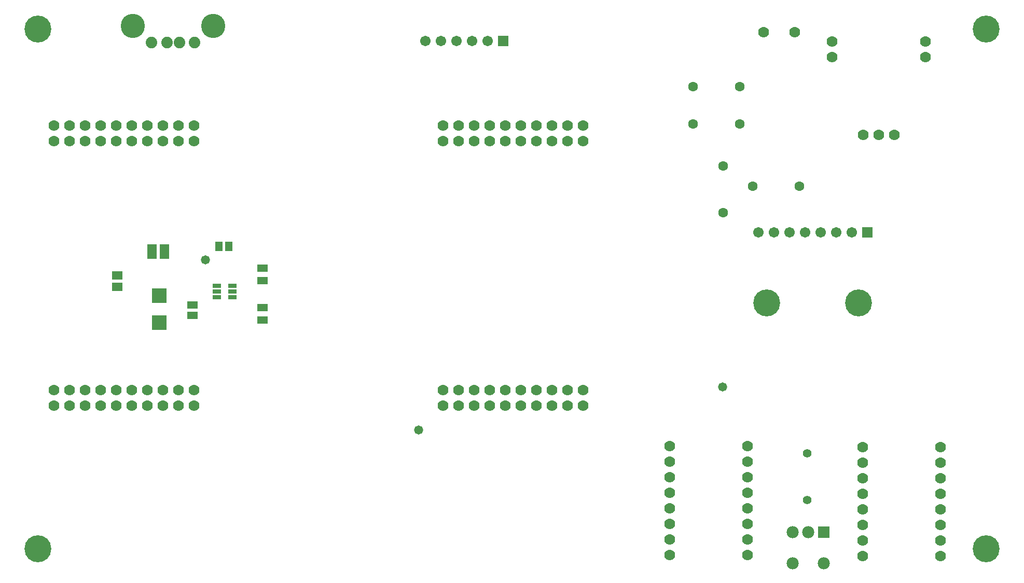
<source format=gts>
G04*
G04 #@! TF.GenerationSoftware,Altium Limited,Altium Designer,20.0.9 (164)*
G04*
G04 Layer_Color=8388736*
%FSLAX25Y25*%
%MOIN*%
G70*
G01*
G75*
%ADD22R,0.04580X0.06272*%
%ADD23R,0.05328X0.03162*%
%ADD24R,0.05918X0.09461*%
%ADD25R,0.09265X0.09461*%
%ADD26R,0.06500X0.05200*%
%ADD27R,0.06666X0.04580*%
%ADD28R,0.06509X0.04540*%
%ADD29C,0.07800*%
%ADD30R,0.07800X0.07800*%
%ADD31C,0.07000*%
%ADD32C,0.17300*%
%ADD33R,0.06706X0.06706*%
%ADD34C,0.06706*%
%ADD35C,0.06312*%
%ADD36C,0.07414*%
%ADD37C,0.15564*%
%ADD38C,0.05524*%
%ADD39C,0.05800*%
D22*
X136311Y214500D02*
D03*
X142689D02*
D03*
D23*
X144921Y189240D02*
D03*
Y185500D02*
D03*
Y181760D02*
D03*
X135079D02*
D03*
Y185500D02*
D03*
Y189240D02*
D03*
D24*
X93232Y211000D02*
D03*
X101500D02*
D03*
D25*
X98000Y182661D02*
D03*
Y165339D02*
D03*
D26*
X71000Y195700D02*
D03*
Y188500D02*
D03*
D27*
X119500Y170193D02*
D03*
Y176807D02*
D03*
D28*
X164500Y192563D02*
D03*
Y200437D02*
D03*
Y167063D02*
D03*
Y174937D02*
D03*
D29*
X504964Y10911D02*
D03*
X524964D02*
D03*
X504964Y30911D02*
D03*
X514964D02*
D03*
D30*
X524964D02*
D03*
D31*
X426000Y36000D02*
D03*
Y86000D02*
D03*
Y76000D02*
D03*
Y66000D02*
D03*
Y56000D02*
D03*
Y46000D02*
D03*
Y26000D02*
D03*
Y16000D02*
D03*
X476000Y36000D02*
D03*
Y86000D02*
D03*
Y76000D02*
D03*
Y66000D02*
D03*
Y56000D02*
D03*
Y46000D02*
D03*
Y26000D02*
D03*
Y16000D02*
D03*
X550500Y286000D02*
D03*
X560500D02*
D03*
X570500D02*
D03*
X530500Y336000D02*
D03*
X590500D02*
D03*
X530500Y346000D02*
D03*
X590500D02*
D03*
X486500Y352000D02*
D03*
X506500D02*
D03*
X280500Y282000D02*
D03*
X290500D02*
D03*
X310500D02*
D03*
X320500D02*
D03*
X330500D02*
D03*
X340500D02*
D03*
X350500D02*
D03*
X360500D02*
D03*
X370500D02*
D03*
X300500D02*
D03*
X280500Y292000D02*
D03*
X290500D02*
D03*
X310500D02*
D03*
X320500D02*
D03*
X330500D02*
D03*
X340500D02*
D03*
X350500D02*
D03*
X360500D02*
D03*
X370500D02*
D03*
X300500D02*
D03*
X280500Y112000D02*
D03*
X290500D02*
D03*
X310500D02*
D03*
X320500D02*
D03*
X330500D02*
D03*
X340500D02*
D03*
X350500D02*
D03*
X360500D02*
D03*
X370500D02*
D03*
X300500D02*
D03*
X280500Y122000D02*
D03*
X290500D02*
D03*
X310500D02*
D03*
X320500D02*
D03*
X330500D02*
D03*
X340500D02*
D03*
X350500D02*
D03*
X360500D02*
D03*
X370500D02*
D03*
X300500D02*
D03*
X30500Y282000D02*
D03*
X40500D02*
D03*
X60500D02*
D03*
X70500D02*
D03*
X80500D02*
D03*
X90500D02*
D03*
X100500D02*
D03*
X110500D02*
D03*
X120500D02*
D03*
X50500D02*
D03*
X30500Y292000D02*
D03*
X40500D02*
D03*
X60500D02*
D03*
X70500D02*
D03*
X80500D02*
D03*
X90500D02*
D03*
X100500D02*
D03*
X110500D02*
D03*
X120500D02*
D03*
X50500D02*
D03*
X30500Y112000D02*
D03*
X40500D02*
D03*
X60500D02*
D03*
X70500D02*
D03*
X80500D02*
D03*
X90500D02*
D03*
X100500D02*
D03*
X110500D02*
D03*
X120500D02*
D03*
X50500D02*
D03*
X30500Y122000D02*
D03*
X40500D02*
D03*
X60500D02*
D03*
X70500D02*
D03*
X80500D02*
D03*
X90500D02*
D03*
X100500D02*
D03*
X110500D02*
D03*
X120500D02*
D03*
X50500D02*
D03*
X550000Y35500D02*
D03*
Y85500D02*
D03*
Y75500D02*
D03*
Y65500D02*
D03*
Y55500D02*
D03*
Y45500D02*
D03*
Y25500D02*
D03*
Y15500D02*
D03*
X600000Y35500D02*
D03*
Y85500D02*
D03*
Y75500D02*
D03*
Y65500D02*
D03*
Y55500D02*
D03*
Y45500D02*
D03*
Y25500D02*
D03*
Y15500D02*
D03*
D32*
X547500Y178200D02*
D03*
X488400D02*
D03*
X629500Y354000D02*
D03*
X20000Y20000D02*
D03*
Y354000D02*
D03*
X629500Y20000D02*
D03*
D33*
X319000Y346500D02*
D03*
X553000Y223500D02*
D03*
D34*
X309000Y346500D02*
D03*
X299000D02*
D03*
X289000D02*
D03*
X279000D02*
D03*
X269000D02*
D03*
X543000Y223500D02*
D03*
X533000D02*
D03*
X523000D02*
D03*
X513000D02*
D03*
X503000D02*
D03*
X493000D02*
D03*
X483000D02*
D03*
D35*
X509500Y253000D02*
D03*
X479500D02*
D03*
X460500Y236000D02*
D03*
Y266000D02*
D03*
X471000Y293000D02*
D03*
X441000D02*
D03*
Y317000D02*
D03*
X471000D02*
D03*
D36*
X120700Y345500D02*
D03*
X110857D02*
D03*
X102983D02*
D03*
X93141D02*
D03*
D37*
X132787Y356169D02*
D03*
X81054D02*
D03*
D38*
X514500Y81500D02*
D03*
Y51500D02*
D03*
D39*
X264800Y96300D02*
D03*
X460000Y124000D02*
D03*
X127800Y205600D02*
D03*
M02*

</source>
